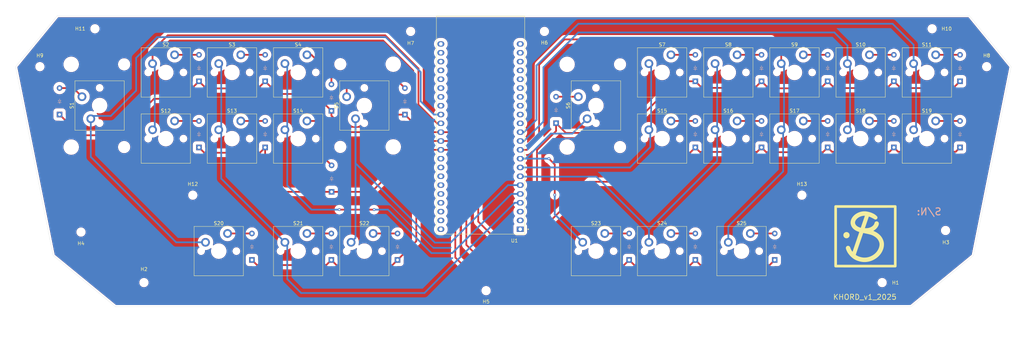
<source format=kicad_pcb>
(kicad_pcb (version 20241229) (generator "pcbnew") (generator_version "9.0")
  (layers (0 "F.Cu" signal) (2 "B.Cu" signal) (13 "F.Paste" user) (15 "B.Paste" user) (5 "F.SilkS" user "F.Silkscreen") (7 "B.SilkS" user "B.Silkscreen") (1 "F.Mask" user) (3 "B.Mask" user) (25 "Edge.Cuts" user))
  (net 0 "")
  (net 1 "row0")
  (net 2 "Net-(D1-A)")
  (net 3 "Net-(D2-A)")
  (net 4 "row1")
  (net 5 "Net-(D3-A)")
  (net 6 "Net-(D4-A)")
  (net 7 "Net-(D5-A)")
  (net 8 "Net-(D6-A)")
  (net 9 "Net-(D7-A)")
  (net 10 "Net-(D8-A)")
  (net 11 "Net-(D9-A)")
  (net 12 "Net-(D10-A)")
  (net 13 "Net-(D11-A)")
  (net 14 "Net-(D12-A)")
  (net 15 "row2")
  (net 16 "Net-(D13-A)")
  (net 17 "Net-(D14-A)")
  (net 18 "Net-(D15-A)")
  (net 19 "Net-(D16-A)")
  (net 20 "Net-(D17-A)")
  (net 21 "Net-(D18-A)")
  (net 22 "Net-(D19-A)")
  (net 23 "Net-(D20-A)")
  (net 24 "Net-(D21-A)")
  (net 25 "Net-(D25-A)")
  (net 26 "Net-(D22-A)")
  (net 27 "Net-(D23-A)")
  (net 28 "Net-(D24-A)")
  (net 29 "col2")
  (net 30 "col7")
  (net 31 "col0")
  (net 32 "col1")
  (net 33 "col3")
  (net 34 "col4")
  (net 35 "col5")
  (net 36 "col6")
  (net 37 "col8")
  (net 38 "col9")
  (net 46 "col10")
  (footprint "_footprints:MX_PCB_1.00u" (layer "F.Cu") (at 140.5898 88.6228)
    (property "Reference" "S21")
    (property "Value" "Keyswitch")
  )
  (footprint "_footprints:MX_PCB_1.00u" (layer "F.Cu") (at 321.5648 37.1878)
    (property "Reference" "S11")
    (property "Value" "Keyswitch")
  )
  (footprint "_footprints:MX_PCB_1.00u" (layer "F.Cu") (at 121.5398 37.1878)
    (property "Reference" "S3")
    (property "Value" "Keyswitch")
  )
  (footprint "_footprints:MX_PCB_2.00u" (layer "F.Cu") (at 159.6398 46.7128 90)
    (property "Reference" "S5")
    (property "Value" "Keyswitch")
  )
  (footprint "_footprints:MX_PCB_1.00u" (layer "F.Cu") (at 226.3148 88.6228)
    (property "Reference" "S23")
    (property "Value" "Keyswitch")
  )
  (footprint "_footprints:MX_PCB_2.00u" (layer "F.Cu") (at 83.4398 46.7128 90)
    (property "Reference" "S1")
    (property "Value" "Keyswitch")
  )
  (footprint "MountingHole:MountingHole_2.2mm_M2" (layer "F.Cu") (at 326.95 82.68)
    (property "Reference" "H3")
    (property "Value" "Mounting_Hole")
  )
  (footprint "_footprints:ESP32-S3-DEVKITC-1-N8R8_largePad" (layer "F.Cu") (at 193.0916 52.3536 180)
    (property "Reference" "U1")
    (property "Value" "ESP32-S3-DEVKITC-1-N8R8")
  )
  (footprint "MountingHole:MountingHole_2.2mm_M2" (layer "F.Cu") (at 285.5984 72.5192)
    (property "Reference" "H13")
    (property "Value" "Mounting_Hole")
  )
  (footprint "MountingHole:MountingHole_2.2mm_M2" (layer "F.Cu") (at 194.6918 100.002)
    (property "Reference" "H5")
    (property "Value" "Mounting_Hole")
  )
  (footprint "_footprints:MX_PCB_1.00u" (layer "F.Cu") (at 268.2248 88.6228)
    (property "Reference" "S25")
    (property "Value" "Keyswitch")
  )
  (footprint "_footprints:MX_PCB_1.00u" (layer "F.Cu") (at 302.5148 37.1878)
    (property "Reference" "S10")
    (property "Value" "Keyswitch")
  )
  (footprint "_footprints:MX_PCB_1.00u" (layer "F.Cu") (at 283.4648 37.1878)
    (property "Reference" "S9")
    (property "Value" "Keyswitch")
  )
  (footprint "MountingHole:MountingHole_2.2mm_M2" (layer "F.Cu") (at 110.2622 72.5192)
    (property "Reference" "H12")
    (property "Value" "Mounting_Hole")
  )
  (footprint "_footprints:MX_PCB_1.00u" (layer "F.Cu") (at 117.7298 88.6228)
    (property "Reference" "S20")
    (property "Value" "Keyswitch")
  )
  (footprint "_footprints:MX_PCB_1.00u" (layer "F.Cu") (at 283.4648 56.2378)
    (property "Reference" "S17")
    (property "Value" "Keyswitch")
  )
  (footprint "_footprints:MX_PCB_2.00u" (layer "F.Cu") (at 226.3148 46.7128 90)
    (property "Reference" "S6")
    (property "Value" "Keyswitch")
  )
  (footprint "_footprints:MX_PCB_1.00u" (layer "F.Cu") (at 245.3648 88.6228)
    (property "Reference" "S24")
    (property "Value" "Keyswitch")
  )
  (footprint "_footprints:MX_PCB_1.00u" (layer "F.Cu") (at 302.5148 56.2378)
    (property "Reference" "S18")
    (property "Value" "Keyswitch")
  )
  (footprint "_footprints:MX_PCB_1.00u" (layer "F.Cu") (at 245.3648 37.1878)
    (property "Reference" "S7")
    (property "Value" "Keyswitch")
  )
  (footprint "_footprints:MX_PCB_1.00u" (layer "F.Cu") (at 102.4898 56.2378)
    (property "Reference" "S12")
    (property "Value" "Keyswitch")
  )
  (footprint "_footprints:STAB_MX_2u" (layer "F.Cu") (at 226.264 46.7636 -90)
    (property "Reference" "S28" (hide yes))
    (property "Value" "MX_stab")
  )
  (footprint "_footprints:MX_PCB_1.00u" (layer "F.Cu") (at 321.5648 56.2378)
    (property "Reference" "S19")
    (property "Value" "Keyswitch")
  )
  (footprint "MountingHole:MountingHole_2.2mm_M2" (layer "F.Cu") (at 172.9748 25.3768)
    (property "Reference" "H7")
    (property "Value" "Mounting_Hole")
  )
  (footprint "_footprints:MX_PCB_1.00u" (layer "F.Cu") (at 140.5898 56.2378)
    (property "Reference" "S14")
    (property "Value" "Keyswitch")
  )
  (footprint "_footprints:MX_PCB_1.00u" (layer "F.Cu") (at 159.6398 88.6228)
    (property "Reference" "S22")
    (property "Value" "Keyswitch")
  )
  (footprint "_footprints:STAB_MX_2u" (layer "F.Cu") (at 83.516 46.7636 -90)
    (property "Reference" "S26" (hide yes))
    (property "Value" "MX_stab")
  )
  (footprint "MountingHole:MountingHole_2.2mm_M2" (layer "F.Cu") (at 211.4812 25.3768)
    (property "Reference" "H6")
    (property "Value" "Mounting_Hole")
  )
  (footprint "_logo.preety:logo_30" (layer "F.Cu") (at 303.888231 85.675564)
    (property "Reference" "G***" (hide yes))
    (property "Value" "LOGO" (hide yes))
  )
  (footprint "MountingHole:MountingHole_2.2mm_M2" (layer "F.Cu") (at 78.0804 83.1364)
    (property "Reference" "H4")
    (property "Value" "Mounting_Hole")
  )
  (footprint "_footprints:MX_PCB_1.00u" (layer "F.Cu") (at 102.4898 37.1878)
    (property "Reference" "S2")
    (property "Value" "Keyswitch")
  )
  (footprint "_footprints:MX_PCB_1.00u" (layer "F.Cu") (at 245.3648 56.2378)
    (property "Reference" "S15")
    (property "Value" "Keyswitch")
  )
  (footprint "MountingHole:MountingHole_2.2mm_M2" (layer "F.Cu") (at 323.0888 24.6148)
    (property "Reference" "H10")
    (property "Value" "Mounting_Hole")
  )
  (footprint "_footprints:MX_PCB_1.00u" (layer "F.Cu") (at 140.5898 37.1878)
    (property "Reference" "S4")
    (property "Value" "Keyswitch")
  )
  (footprint "_footprints:MX_PCB_1.00u" (layer "F.Cu") (at 264.4148 56.2378)
    (property "Reference" "S16")
    (property "Value" "Keyswitch")
  )
  (footprint "MountingHole:MountingHole_2.2mm_M2" (layer "F.Cu") (at 338.786 35.520313)
    (property "Reference" "H8")
    (property "Value" "Mounting_Hole")
  )
  (footprint "MountingHole:MountingHole_2.2mm_M2" (layer "F.Cu") (at 96.2 97.68)
    (property "Reference" "H2")
    (property "Value" "Mounting_Hole")
  )
  (footprint "_footprints:MX_PCB_1.00u" (layer "F.Cu") (at 264.4148 37.1878)
    (property "Reference" "S8")
    (property "Value" "Keyswitch")
  )
  (footprint "MountingHole:MountingHole_2.2mm_M2" (layer "F.Cu") (at 82.08874 24.6148)
    (property "Reference" "H11")
    (property "Value" "Mounting_Hole")
  )
  (footprint "_footprints:MX_PCB_1.00u" (layer "F.Cu") (at 121.5398 56.2378)
    (property "Reference" "S13")
    (property "Value" "Keyswitch")
  )
  (footprint "MountingHole:MountingHole_2.2mm_M2" (layer "F.Cu") (at 308.7 97.68)
    (property "Reference" "H1")
    (property "Value" "Mounting_Hole")
  )
  (footprint "_footprints:STAB_MX_2u" (layer "F.Cu") (at 159.70835 46.7128 90)
    (property "Reference" "S27" (hide yes))
    (property "Value" "MX_stab")
  )
  (footprint "MountingHole:MountingHole_2.2mm_M2" (layer "F.Cu") (at 66.244 35.523132)
    (property "Reference" "H9")
    (property "Value" "Mounting_Hole")
  )
  (footprint "_footprints:Diode_DO-35" (layer "B.Cu") (at 150.2164 71.554 90)
    (property "Reference" "D14" (hide yes))
    (property "Value" "Diode" (hide yes))
  )
  (footprint "_footprints:Diode_DO-35" (layer "B.Cu") (at 331.1152 58.7778 90)
    (property "Reference" "D19" (hide yes))
    (property "Value" "Diode" (hide yes))
  )
  (footprint "_footprints:Diode_DO-35" (layer "B.Cu") (at 112.0402 58.7778 90)
    (property "Reference" "D12" (hide yes))
    (property "Value" "Diode" (hide yes))
  )
  (footprint "_footprints:Diode_DO-35" (layer "B.Cu") (at 254.9152 91.1628 90)
    (property "Reference" "D24" (hide yes))
    (property "Value" "Diode" (hide yes))
  )
  (footprint "_footprints:Diode_DO-35" (layer "B.Cu") (at 331.1152 39.7278 90)
    (property "Reference" "D11" (hide yes))
    (property "Value" "Diode" (hide yes))
  )
  (footprint "_footprints:Diode_DO-35" (layer "B.Cu") (at 235.8652 91.1628 90)
    (property "Reference" "D23" (hide yes))
    (property "Value" "Diode" (hide yes))
  )
  (footprint "_footprints:Diode_DO-35" (layer "B.Cu") (at 131.0902 58.7778 90)
    (property "Reference" "D13" (hide yes))
    (property "Value" "Diode" (hide yes))
  )
  (footprint "_footprints:Diode_DO-35" (layer "B.Cu") (at 127.2802 91.1628 90)
    (property "Reference" "D20" (hide yes))
    (property "Value" "Diode" (hide yes))
  )
  (footprint "_footprints:Diode_DO-35" (layer "B.Cu") (at 171.3238 49.329 90)
    (property "Reference" "D5" (hide yes))
    (property "Value" "Diode" (hide yes))
  )
  (footprint "_footprints:Diode_DO-35" (layer "B.Cu") (at 293.0152 58.7778 90)
    (property "Reference" "D17" (hide yes))
    (property "Value" "Diode" (hide yes))
  )
  (footprint "_footprints:Diode_DO-35" (layer "B.Cu") (at 150.1402 91.1628 90)
    (property "Reference" "D21" (hide yes))
    (property "Value" "Diode" (hide yes))
  )
  (footprint "_footprints:Diode_DO-35" (layer "B.Cu") (at 150.1656 48.2368 90)
    (property "Reference" "D4" (hide yes))
    (property "Value" "Diode" (hide yes))
  )
  (footprint "_footprints:Diode_DO-35" (layer "B.Cu") (at 169.1902 91.1628 90)
    (property "Reference" "D22" (hide yes))
    (property "Value" "Diode" (hide yes))
  )
  (footprint "_footprints:Diode_DO-35" (layer "B.Cu") (at 71.9082 49.3036 90)
    (property "Reference" "D1" (hide yes))
    (property "Value" "Diode" (hide yes))
  )
  (footprint "_footprints:Diode_DO-35" (layer "B.Cu") (at 254.9152 58.7778 90)
    (property "Reference" "D15" (hide yes))
    (property "Value" "Diode" (hide yes))
  )
  (footprint "_footprints:Diode_DO-35" (layer "B.Cu") (at 277.7752 91.1628 90)
    (property "Reference" "D25" (hide yes))
    (property "Value" "Diode" (hide yes))
  )
  (footprint "_footprints:Diode_DO-35" (layer "B.Cu") (at 312.0652 39.7278 90)
    (property "Reference" "D10" (hide yes))
    (property "Value" "Diode" (hide yes))
  )
  (footprint "_footprints:Diode_DO-35" (layer "B.Cu") (at 312.0652 58.7778 90)
    (property "Reference" "D18" (hide yes))
    (property "Value" "Diode" (hide yes))
  )
  (footprint "_footprints:Diode_DO-35" (layer "B.Cu") (at 131.0902 39.7278 90)
    (property "Reference" "D3" (hide yes))
    (property "Value" "Diode" (hide yes))
  )
  (footprint "_footprints:Diode_DO-35" (layer "B.Cu") (at 214.834 51.7928 90)
    (property "Reference" "D6" (hide yes))
    (property "Value" "Diode" (hide yes))
  )
  (footprint "_footprints:Diode_DO-35" (layer "B.Cu") (at 112.0402 39.7278 90)
    (property "Reference" "D2" (hide yes))
    (property "Value" "Diode" (hide yes))
  )
  (footprint "_footprints:Diode_DO-35" (layer "B.Cu") (at 293.0152 39.7278 90)
    (property "Reference" "D9" (hide yes))
    (property "Value" "Diode" (hide yes))
  )
  (footprint "_footprints:Diode_DO-35" (layer "B.Cu") (at 273.9652 58.7778 90)
    (property "Reference" "D16" (hide yes))
    (property "Value" "Diode" (hide yes))
  )
  (footprint "_footprints:Diode_DO-35" (layer "B.Cu") (at 273.9652 39.7278 90)
    (property "Reference" "D8" (hide yes))
    (property "Value" "Diode" (hide yes))
  )
  (footprint "_footprints:Diode_DO-35" (layer "B.Cu") (at 254.9152 39.7278 90)
    (property "Reference" "D7" (hide yes))
    (property "Value" "Diode" (hide yes))
  )
  (gr_line (start 345.829958 35.520313) (end 333.77734 20.812732) (stroke (width 0.05)) (layer "Edge.Cuts"))
  (gr_line (start 316.979911 104.632732) (end 88.008514 104.632732) (stroke (width 0.05)) (layer "Edge.Cuts"))
  (gr_line (start 59.227937 35.523132) (end 70.075234 89.922332) (stroke (width 0.05)) (layer "Edge.Cuts"))
  (gr_line (start 70.075234 89.922332) (end 88.008514 104.632732) (stroke (width 0.05)) (layer "Edge.Cuts"))
  (gr_line (start 345.829958 35.520313) (end 334.927293 89.925151) (stroke (width 0.05)) (layer "Edge.Cuts"))
  (gr_line (start 333.77734 20.812732) (end 71.294657 20.812732) (stroke (width 0.05)) (layer "Edge.Cuts"))
  (gr_line (start 71.294657 20.812732) (end 59.227937 35.523132) (stroke (width 0.05)) (layer "Edge.Cuts"))
  (gr_line (start 334.927293 89.925151) (end 316.979911 104.632732) (stroke (width 0.05)) (layer "Edge.Cuts"))
  (gr_text "KHORD_v1_2025" (at 294.4884 102.7198 0) (layer "F.SilkS") (effects (font (size 1.5 1.5) (thickness 0.2)) (justify left bottom)))
  (gr_text "S/N:" (at 325.9336 78.4374 0) (layer "B.SilkS") (effects (font (size 2 2) (thickness 0.3)) (justify left bottom mirror)))
  (segment (start 249.4022 39.7278) (end 254.9152 39.7278) (width 0.5) (layer "F.Cu") (net 1))
  (segment (start 150.1656 49.6456) (end 150.1656 48.2368) (width 0.5) (layer "F.Cu") (net 1))
  (segment (start 181.6616 54.3836) (end 188.7482 54.3836) (width 0.5) (layer "F.Cu") (net 1))
  (segment (start 112.0402 39.7278) (end 106.9856 44.7824) (width 0.5) (layer "F.Cu") (net 1))
  (segment (start 234.5432 54.5868) (end 249.4022 39.7278) (width 0.5) (layer "F.Cu") (net 1))
  (segment (start 254.9152 39.7278) (end 256.8202 41.6328) (width 0.5) (layer "F.Cu") (net 1))
  (segment (start 134.7478 43.3854) (end 131.0902 39.7278) (width 0.5) (layer "F.Cu") (net 1))
  (segment (start 163.907 54.3582) (end 154.8782 54.3582) (width 0.5) (layer "F.Cu") (net 1))
  (segment (start 145.4666 43.5378) (end 145.4666 43.3854) (width 0.5) (layer "F.Cu") (net 1))
  (segment (start 256.8202 41.6328) (end 272.0602 41.6328) (width 0.5) (layer "F.Cu") (net 1))
  (segment (start 209.3476 59.5324) (end 214.834 54.046) (width 0.5) (layer "F.Cu") (net 1))
  (segment (start 168.9362 49.329) (end 163.907 54.3582) (width 0.5) (layer "F.Cu") (net 1))
  (segment (start 131.0902 39.7278) (end 129.0328 41.7852) (width 0.5) (layer "F.Cu") (net 1))
  (segment (start 329.1594 41.6836) (end 331.1152 39.7278) (width 0.5) (layer "F.Cu") (net 1))
  (segment (start 154.8782 54.3582) (end 150.1656 49.6456) (width 0.5) (layer "F.Cu") (net 1))
  (segment (start 171.3238 49.329) (end 176.3784 54.3836) (width 0.5) (layer "F.Cu") (net 1))
  (segment (start 114.0976 41.7852) (end 112.0402 39.7278) (width 0.5) (layer "F.Cu") (net 1))
  (segment (start 273.9652 39.7278) (end 275.9972 41.7598) (width 0.5) (layer "F.Cu") (net 1))
  (segment (start 99.0608 44.7824) (end 88.5706 55.2726) (width 0.5) (layer "F.Cu") (net 1))
  (segment (start 293.0152 39.7278) (end 294.971 41.6836) (width 0.5) (layer "F.Cu") (net 1))
  (segment (start 88.5706 55.2726) (end 77.8772 55.2726) (width 0.5) (layer "F.Cu") (net 1))
  (segment (start 200.3306 88.0132) (end 205.7408 88.0132) (width 0.5) (layer "F.Cu") (net 1))
  (segment (start 171.3238 49.329) (end 168.9362 49.329) (width 0.5) (layer "F.Cu") (net 1))
  (segment (start 214.834 51.7928) (end 217.628 54.5868) (width 0.5) (layer "F.Cu") (net 1))
  (segment (start 192.4312 58.0666) (end 192.4312 80.1138) (width 0.5) (layer "F.Cu") (net 1))
  (segment (start 217.628 54.5868) (end 234.5432 54.5868) (width 0.5) (layer "F.Cu") (net 1))
  (segment (start 145.4666 43.3854) (end 134.7478 43.3854) (width 0.5) (layer "F.Cu") (net 1))
  (segment (start 214.834 54.046) (end 214.834 51.7928) (width 0.5) (layer "F.Cu") (net 1))
  (segment (start 192.4312 80.1138) (end 200.3306 88.0132) (width 0.5) (layer "F.Cu") (net 1))
  (segment (start 310.1094 41.6836) (end 312.0652 39.7278) (width 0.5) (layer "F.Cu") (net 1))
  (segment (start 176.3784 54.3836) (end 181.6616 54.3836) (width 0.5) (layer "F.Cu") (net 1))
  (segment (start 106.9856 44.7824) (end 99.0608 44.7824) (width 0.5) (layer "F.Cu") (net 1))
  (segment (start 290.9832 41.7598) (end 293.0152 39.7278) (width 0.5) (layer "F.Cu") (net 1))
  (segment (start 275.9972 41.7598) (end 290.9832 41.7598) (width 0.5) (layer "F.Cu") (net 1))
  (segment (start 294.971 41.6836) (end 310.1094 41.6836) (width 0.5) (layer "F.Cu") (net 1))
  (segment (start 312.0652 39.7278) (end 314.021 41.6836) (width 0.5) (layer "F.Cu") (net 1))
  (segment (start 129.0328 41.7852) (end 114.0976 41.7852) (width 0.5) (layer "F.Cu") (net 1))
  (segment (start 272.0602 41.6328) (end 273.9652 39.7278) (width 0.5) (layer "F.Cu") (net 1))
  (segment (start 314.021 41.6836) (end 329.1594 41.6836) (width 0.5) (layer "F.Cu") (net 1))
  (segment (start 209.3476 84.4064) (end 209.3476 59.5324) (width 0.5) (layer "F.Cu") (net 1))
  (segment (start 150.1656 48.2368) (end 145.4666 43.5378) (width 0.5) (layer "F.Cu") (net 1))
  (segment (start 77.8772 55.2726) (end 71.9082 49.3036) (width 0.5) (layer "F.Cu") (net 1))
  (segment (start 188.7482 54.3836) (end 192.4312 58.0666) (width 0.5) (layer "F.Cu") (net 1))
  (segment (start 205.7408 88.0132) (end 209.3476 84.4064) (width 0.5) (layer "F.Cu") (net 1))
  (segment (start 75.8706 41.6836) (end 71.9082 41.6836) (width 0.5) (layer "F.Cu") (net 2))
  (segment (start 78.3598 44.1728) (end 75.8706 41.6836) (width 0.5) (layer "F.Cu") (net 2))
  (segment (start 105.0298 32.1078) (end 112.0402 32.1078) (width 0.5) (layer "F.Cu") (net 3))
  (segment (start 193.371 91.1882) (end 207.0362 91.1882) (width 0.5) (layer "F.Cu") (net 4))
  (segment (start 176.353 56.9236) (end 181.6616 56.9236) (width 0.5) (layer "F.Cu") (net 4))
  (segment (start 113.5642 60.3018) (end 129.5662 60.3018) (width 0.5) (layer "F.Cu") (net 4))
  (segment (start 161.7226 71.554) (end 176.353 56.9236) (width 0.5) (layer "F.Cu") (net 4))
  (segment (start 291.6436 60.1494) (end 293.0152 58.7778) (width 0.5) (layer "F.Cu") (net 4))
  (segment (start 189.0022 86.8194) (end 193.371 91.1882) (width 0.5) (layer "F.Cu") (net 4))
  (segment (start 275.3368 60.1494) (end 291.6436 60.1494) (width 0.5) (layer "F.Cu") (net 4))
  (segment (start 213.2084 85.016) (end 213.2084 79.9216) (width 0.5) (layer "F.Cu") (net 4))
  (segment (start 131.0902 66.474) (end 136.1702 71.554) (width 0.5) (layer "F.Cu") (net 4))
  (segment (start 185.4208 56.9236) (end 189.0022 60.505) (width 0.5) (layer "F.Cu") (net 4))
  (segment (start 129.5662 60.3018) (end 131.0902 58.7778) (width 0.5) (layer "F.Cu") (net 4))
  (segment (start 131.0902 58.7778) (end 131.0902 66.474) (width 0.5) (layer "F.Cu") (net 4))
  (segment (start 272.6698 60.0732) (end 273.9652 58.7778) (width 0.5) (layer "F.Cu") (net 4))
  (segment (start 245.0346 68.6584) (end 254.9152 58.7778) (width 0.5) (layer "F.Cu") (net 4))
  (segment (start 136.1702 71.554) (end 150.2164 71.554) (width 0.5) (layer "F.Cu") (net 4))
  (segment (start 213.2084 79.9216) (end 224.4716 68.6584) (width 0.5) (layer "F.Cu") (net 4))
  (segment (start 189.0022 60.505) (end 189.0022 86.8194) (width 0.5) (layer "F.Cu") (net 4))
  (segment (start 313.3098 60.0224) (end 329.8706 60.0224) (width 0.5) (layer "F.Cu") (net 4))
  (segment (start 329.8706 60.0224) (end 331.1152 58.7778) (width 0.5) (layer "F.Cu") (net 4))
  (segment (start 256.2106 60.0732) (end 272.6698 60.0732) (width 0.5) (layer "F.Cu") (net 4))
  (segment (start 310.8206 60.0224) (end 312.0652 58.7778) (width 0.5) (layer "F.Cu") (net 4))
  (segment (start 181.6616 56.9236) (end 185.4208 56.9236) (width 0.5) (layer "F.Cu") (net 4))
  (segment (start 150.2164 71.554) (end 161.7226 71.554) (width 0.5) (layer "F.Cu") (net 4))
  (segment (start 293.0152 58.7778) (end 294.2598 60.0224) (width 0.5) (layer "F.Cu") (net 4))
  (segment (start 294.2598 60.0224) (end 310.8206 60.0224) (width 0.5) (layer "F.Cu") (net 4))
  (segment (start 254.9152 58.7778) (end 256.2106 60.0732) (width 0.5) (layer "F.Cu") (net 4))
  (segment (start 112.0402 58.7778) (end 113.5642 60.3018) (width 0.5) (layer "F.Cu") (net 4))
  (segment (start 207.0362 91.1882) (end 213.2084 85.016) (width 0.5) (layer "F.Cu") (net 4))
  (segment (start 224.4716 68.6584) (end 245.0346 68.6584) (width 0.5) (layer "F.Cu") (net 4))
  (segment (start 273.9652 58.7778) (end 275.3368 60.1494) (width 0.5) (layer "F.Cu") (net 4))
  (segment (start 312.0652 58.7778) (end 313.3098 60.0224) (width 0.5) (layer "F.Cu") (net 4))
  (segment (start 124.0798 32.1078) (end 131.0902 32.1078) (width 0.5) (layer "F.Cu") (net 5))
  (segment (start 150.1656 37.8736) (end 144.3998 32.1078) (width 0.5) (layer "F.Cu") (net 6))
  (segment (start 144.3998 32.1078) (end 143.1298 32.1078) (width 0.5) (layer "F.Cu") (net 6))
  (segment (start 150.1656 40.6168) (end 150.1656 37.8736) (width 0.5) (layer "F.Cu") (net 6))
  (segment (start 154.5598 41.7852) (end 157.43 38.915) (width 0.5) (layer "F.Cu") (net 7))
  (segment (start 157.43 38.915) (end 168.5298 38.915) (width 0.5) (layer "F.Cu") (net 7))
  (segment (start 168.5298 38.915) (end 171.3238 41.709) (width 0.5) (layer "F.Cu") (net 7))
  (segment (start 154.5598 44.1728) (end 154.5598 41.7852) (width 0.5) (layer "F.Cu") (net 7))
  (segment (start 214.834 44.1728) (end 221.2348 44.1728) (width 0.5) (layer "F.Cu") (net 8))
  (segment (start 247.9048 32.1078) (end 254.9152 32.1078) (width 0.5) (layer "F.Cu") (net 9))
  (segment (start 266.9548 32.1078) (end 273.9652 32.1078) (width 0.5) (layer "F.Cu") (net 10))
  (segment (start 286.0048 32.1078) (end 293.0152 32.1078) (width 0.5) (layer "F.Cu") (net 11))
  (segment (start 305.0548 32.1078) (end 312.0652 32.1078) (width 0.5) (layer "F.Cu") (net 12))
  (segment (start 324.1048 32.1078) (end 331.1152 32.1078) (width 0.5) (layer "F.Cu") (net 13))
  (segment (start 105.0298 51.1578) (end 112.0402 51.1578) (width 0.5) (layer "F.Cu") (net 14))
  (segment (start 174.6004 85.7526) (end 174.6004 62.918) (width 0.5) (layer "F.Cu") (net 15))
  (segment (start 185.8272 90.4516) (end 190.1706 94.795) (width 0.5) (layer "F.Cu") (net 15))
  (segment (start 169.1902 91.1628) (end 174.6004 85.7526) (width 0.5) (layer "F.Cu") (net 15))
  (segment (start 256.8456 93.0932) (end 275.8448 93.0932) (width 0.5) (layer "F.Cu") (net 15))
  (segment (start 167.5646 92.7884) (end 169.1902 91.1628) (width 0.5) (layer "F.Cu") (net 15))
  (segment (start 148.667 92.636) (end 150.1402 91.1628) (width 0.5) (layer "F.Cu") (net 15))
  (segment (start 185.8272 61.3072) (end 185.8272 90.4516) (width 0.5) (layer "F.Cu") (net 15))
  (segment (start 181.6616 59.4636) (end 183.9836 59.4636) (width 0.5) (layer "F.Cu") (net 15))
  (segment (start 237.6432 92.9408) (end 253.1372 92.9408) (width 0.5) (layer "F.Cu") (net 15))
  (segment (start 151.7658 92.7884) (end 167.5646 92.7884) (width 0.5) (layer "F.Cu") (net 15))
  (segment (start 190.1706 94.795) (end 232.233 94.795) (width 0.5) (layer "F.Cu") (net 15))
  (segment (start 174.6004 62.918) (end 178.0548 59.4636) (width 0.5) (layer "F.Cu") (net 15))
  (segment (start 183.9836 59.4636) (end 185.8272 61.3072) (width 0.5) (layer "F.Cu") (net 15))
  (segment (start 150.1402 91.1628) (end 151.7658 92.7884) (width 0.5) (layer "F.Cu") (net 15))
  (segment (start 254.9152 91.1628) (end 256.8456 93.0932) (width 0.5) (layer "F.Cu") (net 15))
  (segment (start 235.8652 91.1628) (end 237.6432 92.9408) (width 0.5) (layer "F.Cu") (net 15))
  (segment (start 253.1372 92.9408) (end 254.9152 91.1628) (width 0.5) (layer "F.Cu") (net 15))
  (segment (start 232.233 94.795) (end 235.8652 91.1628) (width 0.5) (layer "F.Cu") (net 15))
  (segment (start 178.0548 59.4636) (end 181.6616 59.4636) (width 0.5) (layer "F.Cu") (net 15))
  (segment (start 275.8448 93.0932) (end 277.7752 91.1628) (width 0.5) (layer "F.Cu") (net 15))
  (segment (start 127.2802 91.1628) (end 128.7534 92.636) (width 0.5) (layer "F.Cu") (net 15))
  (segment (start 128.7534 92.636) (end 148.667 92.636) (width 0.5) (layer "F.Cu") (net 15))
  (segment (start 124.0798 51.1578) (end 131.0902 51.1578) (width 0.5) (layer "F.Cu") (net 16))
  (segment (start 148.3368 62.0544) (end 150.2164 63.934) (width 0.5) (layer "F.Cu") (net 17))
  (segment (start 146.5842 51.1578) (end 148.3368 52.9104) (width 0.5) (layer "F.Cu") (net 17))
  (segment (start 143.1298 51.1578) (end 146.5842 51.1578) (width 0.5) (layer "F.Cu") (net 17))
  (segment (start 148.3368 52.9104) (end 148.3368 62.0544) (width 0.5) (layer "F.Cu") (net 17))
  (segment (start 247.9048 51.1578) (end 254.9152 51.1578) (width 0.5) (layer "F.Cu") (net 18))
  (segment (start 266.9548 51.1578) (end 273.9652 51.1578) (width 0.5) (layer "F.Cu") (net 19))
  (segment (start 286.0048 51.1578) (end 293.0152 51.1578) (width 0.5) (layer "F.Cu") (net 20))
  (segment (start 305.0548 51.1578) (end 312.0652 51.1578) (width 0.5) (layer "F.Cu") (net 21))
  (segment (start 324.1048 51.1578) (end 331.1152 51.1578) (width 0.5) (layer "F.Cu") (net 22))
  (segment (start 120.2698 83.5428) (end 127.2802 83.5428) (width 0.5) (layer "F.Cu") (net 23))
  (segment (start 143.1298 83.5428) (end 150.1402 83.5428) (width 0.5) (layer "F.Cu") (net 24))
  (segment (start 270.7648 83.5428) (end 277.7752 83.5428) (width 0.5) (layer "F.Cu") (net 25))
  (segment (start 162.1798 83.5428) (end 169.1902 83.5428) (width 0.5) (layer "F.Cu") (net 26))
  (segment (start 228.8548 83.5428) (end 235.8652 83.5428) (width 0.5) (layer "F.Cu") (net 27))
  (segment (start 247.9048 83.5428) (end 254.9152 83.5428) (width 0.5) (layer "F.Cu") (net 28))
  (segment (start 137.45 86.753) (end 137.45 96.68) (width 0.5) (layer "B.Cu") (net 29))
  (segment (start 137.45 96.68) (end 141.45 100.68) (width 0.5) (layer "B.Cu") (net 29))
  (segment (start 202.9264 74.7036) (end 204.5216 74.7036) (width 0.5) (layer "B.Cu") (net 29))
  (segment (start 117.7298 34.6478) (end 118.45 35.368) (width 0.5) (layer "B.Cu") (net 29))
  (segment (start 176.95 100.68) (end 202.9264 74.7036) (width 0.5) (layer "B.Cu") (net 29))
  (segment (start 141.45 100.68) (end 176.95 100.68) (width 0.5) (layer "B.Cu") (net 29))
  (segment (start 136.7798 86.0828) (end 137.45 86.753) (width 0.5) (layer "B.Cu") (net 29))
  (segment (start 118.45 54.418) (end 118.45 67.753) (width 0.5) (layer "B.Cu") (net 29))
  (segment (start 117.7298 53.6978) (end 118.45 54.418) (width 0.5) (layer "B.Cu") (net 29))
  (segment (start 118.45 67.753) (end 136.7798 86.0828) (width 0.5) (layer "B.Cu") (net 29))
  (segment (start 118.45 52.9776) (end 117.7298 53.6978) (width 0.5) (layer "B.Cu") (net 29))
  (segment (start 118.45 35.368) (end 118.45 52.9776) (width 0.5) (layer "B.Cu") (net 29))
  (segment (start 261.2 35.243) (end 260.6048 34.6478) (width 0.5) (layer "B.Cu") (net 30))
  (segment (start 261.2 62.68) (end 241.5548 82.3252) (width 0.5) (layer "B.Cu") (net 30))
  (segment (start 241.5548 82.2848) (end 226.45 67.18) (width 0.5) (layer "B.Cu") (net 30))
  (segment (start 261.2 53.1026) (end 261.2 35.243) (width 0.5) (layer "B.Cu") (net 30))
  (segment (start 260.6048 53.6978) (end 261.2 54.293) (width 0.5) (layer "B.Cu") (net 30))
  (segment (start 241.5548 82.3252) (end 241.5548 86.0828) (width 0.5) (layer "B.Cu") (net 30))
  (segment (start 204.618 67.18) (end 204.5216 67.0836) (width 0.5) (layer "B.Cu") (net 30))
  (segment (start 241.5548 86.0828) (end 241.5548 82.2848) (width 0.5) (layer "B.Cu") (net 30))
  (segment (start 260.6048 53.6978) (end 261.2 53.1026) (width 0.5) (layer "B.Cu") (net 30))
  (segment (start 226.45 67.18) (end 204.618 67.18) (width 0.5) (layer "B.Cu") (net 30))
  (segment (start 261.2 54.293) (end 261.2 62.68) (width 0.5) (layer "B.Cu") (net 30))
  (segment (start 181.6616 49.3036) (end 179.655 49.3036) (width 0.5) (layer "B.Cu") (net 31))
  (segment (start 99.9244 27.0278) (end 93.95 33.0022) (width 0.5) (layer "B.Cu") (net 31))
  (segment (start 81.7126 49.71) (end 80.8998 50.5228) (width 0.5) (layer "B.Cu") (net 31))
  (segment (start 175.8704 45.519) (end 175.8704 37.0862) (width 0.5) (layer "B.Cu") (net 31))
  (segment (start 80.8998 61.521) (end 80.8998 50.5228) (width 0.5) (layer "B.Cu") (net 31))
  (segment (start 93.95 42.43) (end 86.67 49.71) (width 0.5) (layer "B.Cu") (net 31))
  (segment (start 93.95 33.0022) (end 93.95 42.43) (width 0.5) (layer "B.Cu") (net 31))
  (segment (start 175.8704 37.0862) (end 165.812 27.0278) (width 0.5) (layer "B.Cu") (net 31))
  (segment (start 105.4616 86.0828) (end 80.8998 61.521) (width 0.5) (layer "B.Cu") (net 31))
  (segment (start 113.9198 86.0828) (end 105.4616 86.0828) (width 0.5) (layer "B.Cu") (net 31))
  (segment (start 179.655 49.3036) (end 175.8704 45.519) (width 0.5) (layer "B.Cu") (net 31))
  (segment (start 165.812 27.0278) (end 99.9244 27.0278) (width 0.5) (layer "B.Cu") (net 31))
  (segment (start 86.67 49.71) (end 81.7126 49.71) (width 0.5) (layer "B.Cu") (net 31))
  (segment (start 103.0486 26.4944) (end 165.6596 26.4944) (width 0.5) (layer "F.Cu") (net 32))
  (segment (start 180.579727 51.8436) (end 181.6616 51.8436) (width 0.5) (layer "F.Cu") (net 32))
  (segment (start 98.6798 34.6478) (end 98.6798 30.8632) (width 0.5) (layer "F.Cu") (net 32))
  (segment (start 175.21 36.0448) (end 175.21 46.473873) (width 0.5) (layer "F.Cu") (net 32))
  (segment (start 98.6798 30.8632) (end 103.0486 26.4944) (width 0.5) (layer "F.Cu") (net 32))
  (segment (start 165.6596 26.4944) (end 175.21 36.0448) (width 0.5) (layer "F.Cu") (net 32))
  (segment (start 175.21 46.473873) (end 180.579727 51.8436) (width 0.5) (layer "F.Cu") (net 32))
  (segment (start 99.3148 35.2828) (end 99.3148 53.0628) (width 0.5) (layer "B.Cu") (net 32))
  (segment (start 99.3148 53.0628) (end 98.6798 53.6978) (width 0.5) (layer "B.Cu") (net 32))
  (segment (start 98.6798 34.6478) (end 99.3148 35.2828) (width 0.5) (layer "B.Cu") (net 32))
  (segment (start 152.45 76.68) (end 162.45 76.68) (width 0.5) (layer "F.Cu") (net 33))
  (via (at 152.45 76.68) (size 0.8) (drill 0.4) (layers "F.Cu" "B.Cu") (net 33))
  (via (at 162.45 76.68) (size 0.8) (drill 0.4) (layers "F.Cu" "B.Cu") (net 33))
  (segment (start 136.7798 53.6978) (end 137.45 54.368) (width 0.5) (layer "B.Cu") (net 33))
  (segment (start 137.45 69.68) (end 144.45 76.68) (width 0.5) (layer "B.Cu") (net 33))
  (segment (start 178.95 89.18) (end 184.95 89.18) (width 0.5) (layer "B.Cu") (net 33))
  (segment (start 137.45 35.318) (end 137.45 53.0276) (width 0.5) (layer "B.Cu") (net 33))
  (segment (start 184.95 89.18) (end 201.9664 72.1636) (width 0.5) (layer "B.Cu") (net 33))
  (segment (start 166.45 76.68) (end 178.95 89.18) (width 0.5) (layer "B.Cu") (net 33))
  (segment (start 144.45 76.68) (end 152.45 76.68) (width 0.5) (layer "B.Cu") (net 33))
  (segment (start 162.45 76.68) (end 166.45 76.68) (width 0.5) (layer "B.Cu") (net 33))
  (segment (start 137.45 53.0276) (end 136.7798 53.6978) (width 0.5) (layer "B.Cu") (net 33))
  (segment (start 137.45 54.368) (end 137.45 69.68) (width 0.5) (layer "B.Cu") (net 33))
  (segment (start 136.7798 34.6478) (end 137.45 35.318) (width 0.5) (layer "B.Cu") (net 33))
  (segment (start 201.9664 72.1636) (end 204.5216 72.1636) (width 0.5) (layer "B.Cu") (net 33))
  (segment (start 157.0998 50.5228) (end 157.0998 63.3298) (width 0.5) (layer "B.Cu") (net 34))
  (segment (start 157.0998 50.5228) (end 157.0998 84.8128) (width 0.5) (layer "B.Cu") (net 34))
  (segment (start 179.95 86.18) (end 184.45 86.18) (width 0.5) (layer "B.Cu") (net 34))
  (segment (start 157.0998 63.3298) (end 179.95 86.18) (width 0.5) (layer "B.Cu") (net 34))
  (segment (start 201.0064 69.6236) (end 204.5216 69.6236) (width 0.5) (layer "B.Cu") (net 34))
  (segment (start 157.0998 84.8128) (end 155.8298 86.0828) (width 0.5) (layer "B.Cu") (net 34))
  (segment (start 184.45 86.18) (end 201.0064 69.6236) (width 0.5) (layer "B.Cu") (net 34))
  (segment (start 214.45 63.68) (end 214.45 72.43) (width 0.5) (layer "F.Cu") (net 35))
  (segment (start 212.7736 62.0036) (end 214.45 63.68) (width 0.5) (layer "F.Cu") (net 35))
  (via (at 214.45 72.43) (size 0.8) (drill 0.4) (layers "F.Cu" "B.Cu") (net 35))
  (via (at 212.7736 62.0036) (size 0.8) (drill 0.4) (layers "F.Cu" "B.Cu") (net 35))
  (segment (start 212.7736 62.0036) (end 204.5216 62.0036) (width 0.5) (layer "B.Cu") (net 35))
  (segment (start 206.1264 62.0036) (end 204.5216 62.0036) (width 0.5) (layer "B.Cu") (net 35))
  (segment (start 219.5076 54.79) (end 213.34 54.79) (width 0.5) (layer "B.Cu") (net 35))
  (segment (start 214.45 72.43) (end 214.45 78.028) (width 0.5) (layer "B.Cu") (net 35))
  (segment (start 214.45 78.028) (end 222.5048 86.0828) (width 0.5) (layer "B.Cu") (net 35))
  (segment (start 223.7748 50.5228) (end 219.5076 54.79) (width 0.5) (layer "B.Cu") (net 35))
  (segment (start 213.34 54.79) (end 206.1264 62.0036) (width 0.5) (layer "B.Cu") (net 35))
  (segment (start 242.2 53.0526) (end 242.2 35.293) (width 0.5) (layer "B.Cu") (net 36))
  (segment (start 236.0864 64.5436) (end 204.5216 64.5436) (width 0.5) (layer "B.Cu") (net 36))
  (segment (start 241.95 58.68) (end 236.0864 64.5436) (width 0.5) (layer "B.Cu") (net 36))
  (segment (start 241.95 54.093) (end 241.95 58.68) (width 0.5) (layer "B.Cu") (net 36))
  (segment (start 241.5548 53.6978) (end 242.2 53.0526) (width 0.5) (layer "B.Cu") (net 36))
  (segment (start 241.5548 53.6978) (end 241.95 54.093) (width 0.5) (layer "B.Cu") (net 36))
  (segment (start 242.2 35.293) (end 241.5548 34.6478) (width 0.5) (layer "B.Cu") (net 36))
  (segment (start 279.6548 34.6478) (end 279.6548 30.6348) (width 0.5) (layer "F.Cu") (net 37))
  (segment (start 217.2806 27.68) (end 209.95 35.0106) (width 0.5) (layer "F.Cu") (net 37))
  (segment (start 209.95 35.0106) (end 209.95 55.9148) (width 0.5) (layer "F.Cu") (net 37))
  (segment (start 206.4012 59.4636) (end 204.5216 59.4636) (width 0.5) (layer "F.Cu") (net 37))
  (segment (start 276.7 27.68) (end 217.2806 27.68) (width 0.5) (layer "F.Cu") (net 37))
  (segment (start 209.95 55.9148) (end 206.4012 59.4636) (width 0.5) (layer "F.Cu") (net 37))
  (segment (start 279.6548 30.6348) (end 276.7 27.68) (width 0.5) (layer "F.Cu") (net 37))
  (segment (start 279.6548 53.6978) (end 280.2 54.243) (width 0.5) (layer "B.Cu") (net 37))
  (segment (start 280.45 35.443) (end 279.6548 34.6478) (width 0.5) (layer "B.Cu") (net 37))
  (segment (start 264.4148 81.4652) (end 264.4148 86.0828) (width 0.5) (layer "B.Cu") (net 37))
  (segment (start 279.6548 53.6978) (end 280.45 52.9026) (width 0.5) (layer "B.Cu") (net 37))
  (segment (start 280.2 65.68) (end 264.4148 81.4652) (width 0.5) (layer "B.Cu") (net 37))
  (segment (start 280.2 54.243) (end 280.2 65.68) (width 0.5) (layer "B.Cu") (net 37))
  (segment (start 280.45 52.9026) (end 280.45 35.443) (width 0.5) (layer "B.Cu") (net 37))
  (segment (start 211.2 51.327073) (end 205.603473 56.9236) (width 0.5) (layer "B.Cu") (net 38))
  (segment (start 211.2 35.7164) (end 211.2 51.327073) (width 0.5) (layer "B.Cu") (net 38))
  (segment (start 299.45 35.393) (end 298.7048 34.6478) (width 0.5) (layer "B.Cu") (net 38))
  (segment (start 298.7048 53.6978) (end 299.45 52.9526) (width 0.5) (layer "B.Cu") (net 38))
  (segment (start 221.2364 25.68) (end 211.2 35.7164) (width 0.5) (layer "B.Cu") (net 38))
  (segment (start 294.95 25.68) (end 221.2364 25.68) (width 0.5) (layer "B.Cu") (net 38))
  (segment (start 298.7048 29.4348) (end 294.95 25.68) (width 0.5) (layer "B.Cu") (net 38))
  (segment (start 205.603473 56.9236) (end 204.5216 56.9236) (width 0.5) (layer "B.Cu") (net 38))
  (segment (start 298.7048 34.6478) (end 298.7048 29.4348) (width 0.5) (layer "B.Cu") (net 38))
  (segment (start 299.45 52.9526) (end 299.45 35.393) (width 0.5) (layer "B.Cu") (net 38))
  (segment (start 318.45 35.343) (end 317.7548 34.6478) (width 0.5) (layer "B.Cu") (net 46))
  (segment (start 205.603473 54.3836) (end 204.5216 54.3836) (width 0.5) (layer "B.Cu") (net 46))
  (segment (start 318.45 53.0026) (end 318.45 35.343) (width 0.5) (layer "B.Cu") (net 46))
  (segment (start 209.2 50.787073) (end 205.603473 54.3836) (width 0.5) (layer "B.Cu") (net 46))
  (segment (start 317.7548 29.2348) (end 311.7 23.18) (width 0.5) (layer "B.Cu") (net 46))
  (segment (start 209.2 35.2018) (end 209.2 50.787073) (width 0.5) (layer "B.Cu") (net 46))
  (segment (start 317.7548 34.6478) (end 317.7548 29.2348) (width 0.5) (layer "B.Cu") (net 46))
  (segment (start 221.2218 23.18) (end 209.2 35.2018) (width 0.5) (layer "B.Cu") (net 46))
  (segment (start 317.7548 53.6978) (end 318.45 53.0026) (width 0.5) (layer "B.Cu") (net 46))
  (segment (start 311.7 23.18) (end 221.2218 23.18) (width 0.5) (layer "B.Cu") (net 46))
  (zone (net 0) (net_name "") (layers "F.Cu" "B.Cu") (connect_pads (clearance 0.5)) (min_thickness 0.25) (fill yes (thermal_gap 0.5) (thermal_bridge_width 0.5) (island_removal_mode 1) (island_area_min 10))
    (polygon (pts (xy 54.7632 17.071) (xy 349.5302 16.3344) (xy 347.676 118.798) (xy 55.5252 109.2984)))
  )
)
</source>
